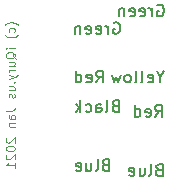
<source format=gbo>
%TF.GenerationSoftware,KiCad,Pcbnew,5.99.0-unknown-9aa2d7e101~106~ubuntu20.04.1*%
%TF.CreationDate,2021-01-07T16:32:26-08:00*%
%TF.ProjectId,MotorJST,4d6f746f-724a-4535-942e-6b696361645f,rev?*%
%TF.SameCoordinates,PXb97d5a0PY81390e0*%
%TF.FileFunction,Legend,Bot*%
%TF.FilePolarity,Positive*%
%FSLAX46Y46*%
G04 Gerber Fmt 4.6, Leading zero omitted, Abs format (unit mm)*
G04 Created by KiCad (PCBNEW 5.99.0-unknown-9aa2d7e101~106~ubuntu20.04.1) date 2021-01-07 16:32:26*
%MOMM*%
%LPD*%
G01*
G04 APERTURE LIST*
%ADD10C,0.150000*%
%ADD11C,0.100000*%
G04 APERTURE END LIST*
D10*
X13157142Y17100000D02*
X13252380Y17147620D01*
X13395238Y17147620D01*
X13538095Y17100000D01*
X13633333Y17004762D01*
X13680952Y16909524D01*
X13728571Y16719048D01*
X13728571Y16576191D01*
X13680952Y16385715D01*
X13633333Y16290477D01*
X13538095Y16195239D01*
X13395238Y16147620D01*
X13300000Y16147620D01*
X13157142Y16195239D01*
X13109523Y16242858D01*
X13109523Y16576191D01*
X13300000Y16576191D01*
X12680952Y16147620D02*
X12680952Y16814286D01*
X12680952Y16623810D02*
X12633333Y16719048D01*
X12585714Y16766667D01*
X12490476Y16814286D01*
X12395238Y16814286D01*
X11680952Y16195239D02*
X11776190Y16147620D01*
X11966666Y16147620D01*
X12061904Y16195239D01*
X12109523Y16290477D01*
X12109523Y16671429D01*
X12061904Y16766667D01*
X11966666Y16814286D01*
X11776190Y16814286D01*
X11680952Y16766667D01*
X11633333Y16671429D01*
X11633333Y16576191D01*
X12109523Y16480953D01*
X10823809Y16195239D02*
X10919047Y16147620D01*
X11109523Y16147620D01*
X11204761Y16195239D01*
X11252380Y16290477D01*
X11252380Y16671429D01*
X11204761Y16766667D01*
X11109523Y16814286D01*
X10919047Y16814286D01*
X10823809Y16766667D01*
X10776190Y16671429D01*
X10776190Y16576191D01*
X11252380Y16480953D01*
X10347619Y16814286D02*
X10347619Y16147620D01*
X10347619Y16719048D02*
X10300000Y16766667D01*
X10204761Y16814286D01*
X10061904Y16814286D01*
X9966666Y16766667D01*
X9919047Y16671429D01*
X9919047Y16147620D01*
X13271428Y3171429D02*
X13128571Y3123810D01*
X13080952Y3076191D01*
X13033333Y2980953D01*
X13033333Y2838096D01*
X13080952Y2742858D01*
X13128571Y2695239D01*
X13223809Y2647620D01*
X13604761Y2647620D01*
X13604761Y3647620D01*
X13271428Y3647620D01*
X13176190Y3600000D01*
X13128571Y3552381D01*
X13080952Y3457143D01*
X13080952Y3361905D01*
X13128571Y3266667D01*
X13176190Y3219048D01*
X13271428Y3171429D01*
X13604761Y3171429D01*
X12461904Y2647620D02*
X12557142Y2695239D01*
X12604761Y2790477D01*
X12604761Y3647620D01*
X11652380Y3314286D02*
X11652380Y2647620D01*
X12080952Y3314286D02*
X12080952Y2790477D01*
X12033333Y2695239D01*
X11938095Y2647620D01*
X11795238Y2647620D01*
X11700000Y2695239D01*
X11652380Y2742858D01*
X10795238Y2695239D02*
X10890476Y2647620D01*
X11080952Y2647620D01*
X11176190Y2695239D01*
X11223809Y2790477D01*
X11223809Y3171429D01*
X11176190Y3266667D01*
X11080952Y3314286D01*
X10890476Y3314286D01*
X10795238Y3266667D01*
X10747619Y3171429D01*
X10747619Y3076191D01*
X11223809Y2980953D01*
X12971428Y7647620D02*
X13304761Y8123810D01*
X13542857Y7647620D02*
X13542857Y8647620D01*
X13161904Y8647620D01*
X13066666Y8600000D01*
X13019047Y8552381D01*
X12971428Y8457143D01*
X12971428Y8314286D01*
X13019047Y8219048D01*
X13066666Y8171429D01*
X13161904Y8123810D01*
X13542857Y8123810D01*
X12161904Y7695239D02*
X12257142Y7647620D01*
X12447619Y7647620D01*
X12542857Y7695239D01*
X12590476Y7790477D01*
X12590476Y8171429D01*
X12542857Y8266667D01*
X12447619Y8314286D01*
X12257142Y8314286D01*
X12161904Y8266667D01*
X12114285Y8171429D01*
X12114285Y8076191D01*
X12590476Y7980953D01*
X11257142Y7647620D02*
X11257142Y8647620D01*
X11257142Y7695239D02*
X11352380Y7647620D01*
X11542857Y7647620D01*
X11638095Y7695239D01*
X11685714Y7742858D01*
X11733333Y7838096D01*
X11733333Y8123810D01*
X11685714Y8219048D01*
X11638095Y8266667D01*
X11542857Y8314286D01*
X11352380Y8314286D01*
X11257142Y8266667D01*
D11*
X1375000Y15428572D02*
X1339285Y15464286D01*
X1232142Y15535715D01*
X1160714Y15571429D01*
X1053571Y15607143D01*
X875000Y15642858D01*
X732142Y15642858D01*
X553571Y15607143D01*
X446428Y15571429D01*
X375000Y15535715D01*
X267857Y15464286D01*
X232142Y15428572D01*
X1053571Y14821429D02*
X1089285Y14892858D01*
X1089285Y15035715D01*
X1053571Y15107143D01*
X1017857Y15142858D01*
X946428Y15178572D01*
X732142Y15178572D01*
X660714Y15142858D01*
X625000Y15107143D01*
X589285Y15035715D01*
X589285Y14892858D01*
X625000Y14821429D01*
X1375000Y14571429D02*
X1339285Y14535715D01*
X1232142Y14464286D01*
X1160714Y14428572D01*
X1053571Y14392858D01*
X875000Y14357143D01*
X732142Y14357143D01*
X553571Y14392858D01*
X446428Y14428572D01*
X375000Y14464286D01*
X267857Y14535715D01*
X232142Y14571429D01*
X1089285Y13428572D02*
X589285Y13428572D01*
X339285Y13428572D02*
X375000Y13464286D01*
X410714Y13428572D01*
X375000Y13392858D01*
X339285Y13428572D01*
X410714Y13428572D01*
X1160714Y12571429D02*
X1125000Y12642858D01*
X1053571Y12714286D01*
X946428Y12821429D01*
X910714Y12892858D01*
X910714Y12964286D01*
X1089285Y12928572D02*
X1053571Y13000000D01*
X982142Y13071429D01*
X839285Y13107143D01*
X589285Y13107143D01*
X446428Y13071429D01*
X375000Y13000000D01*
X339285Y12928572D01*
X339285Y12785715D01*
X375000Y12714286D01*
X446428Y12642858D01*
X589285Y12607143D01*
X839285Y12607143D01*
X982142Y12642858D01*
X1053571Y12714286D01*
X1089285Y12785715D01*
X1089285Y12928572D01*
X589285Y11964286D02*
X1089285Y11964286D01*
X589285Y12285715D02*
X982142Y12285715D01*
X1053571Y12250000D01*
X1089285Y12178572D01*
X1089285Y12071429D01*
X1053571Y12000000D01*
X1017857Y11964286D01*
X1089285Y11607143D02*
X589285Y11607143D01*
X732142Y11607143D02*
X660714Y11571429D01*
X625000Y11535715D01*
X589285Y11464286D01*
X589285Y11392858D01*
X589285Y11214286D02*
X1089285Y11035715D01*
X589285Y10857143D02*
X1089285Y11035715D01*
X1267857Y11107143D01*
X1303571Y11142858D01*
X1339285Y11214286D01*
X1017857Y10571429D02*
X1053571Y10535715D01*
X1089285Y10571429D01*
X1053571Y10607143D01*
X1017857Y10571429D01*
X1089285Y10571429D01*
X589285Y9892858D02*
X1089285Y9892858D01*
X589285Y10214286D02*
X982142Y10214286D01*
X1053571Y10178572D01*
X1089285Y10107143D01*
X1089285Y10000000D01*
X1053571Y9928572D01*
X1017857Y9892858D01*
X1053571Y9571429D02*
X1089285Y9500000D01*
X1089285Y9357143D01*
X1053571Y9285715D01*
X982142Y9250000D01*
X946428Y9250000D01*
X875000Y9285715D01*
X839285Y9357143D01*
X839285Y9464286D01*
X803571Y9535715D01*
X732142Y9571429D01*
X696428Y9571429D01*
X625000Y9535715D01*
X589285Y9464286D01*
X589285Y9357143D01*
X625000Y9285715D01*
X339285Y8142858D02*
X875000Y8142858D01*
X982142Y8178572D01*
X1053571Y8250000D01*
X1089285Y8357143D01*
X1089285Y8428572D01*
X1089285Y7464286D02*
X696428Y7464286D01*
X625000Y7500000D01*
X589285Y7571429D01*
X589285Y7714286D01*
X625000Y7785715D01*
X1053571Y7464286D02*
X1089285Y7535715D01*
X1089285Y7714286D01*
X1053571Y7785715D01*
X982142Y7821429D01*
X910714Y7821429D01*
X839285Y7785715D01*
X803571Y7714286D01*
X803571Y7535715D01*
X767857Y7464286D01*
X589285Y7107143D02*
X1089285Y7107143D01*
X660714Y7107143D02*
X625000Y7071429D01*
X589285Y7000000D01*
X589285Y6892858D01*
X625000Y6821429D01*
X696428Y6785715D01*
X1089285Y6785715D01*
X410714Y5892858D02*
X375000Y5857143D01*
X339285Y5785715D01*
X339285Y5607143D01*
X375000Y5535715D01*
X410714Y5500000D01*
X482142Y5464286D01*
X553571Y5464286D01*
X660714Y5500000D01*
X1089285Y5928572D01*
X1089285Y5464286D01*
X339285Y5000000D02*
X339285Y4928572D01*
X375000Y4857143D01*
X410714Y4821429D01*
X482142Y4785715D01*
X625000Y4750000D01*
X803571Y4750000D01*
X946428Y4785715D01*
X1017857Y4821429D01*
X1053571Y4857143D01*
X1089285Y4928572D01*
X1089285Y5000000D01*
X1053571Y5071429D01*
X1017857Y5107143D01*
X946428Y5142858D01*
X803571Y5178572D01*
X625000Y5178572D01*
X482142Y5142858D01*
X410714Y5107143D01*
X375000Y5071429D01*
X339285Y5000000D01*
X410714Y4464286D02*
X375000Y4428572D01*
X339285Y4357143D01*
X339285Y4178572D01*
X375000Y4107143D01*
X410714Y4071429D01*
X482142Y4035715D01*
X553571Y4035715D01*
X660714Y4071429D01*
X1089285Y4500000D01*
X1089285Y4035715D01*
X1089285Y3321429D02*
X1089285Y3750000D01*
X1089285Y3535715D02*
X339285Y3535715D01*
X446428Y3607143D01*
X517857Y3678572D01*
X553571Y3750000D01*
D10*
X7971428Y10547620D02*
X8304761Y11023810D01*
X8542857Y10547620D02*
X8542857Y11547620D01*
X8161904Y11547620D01*
X8066666Y11500000D01*
X8019047Y11452381D01*
X7971428Y11357143D01*
X7971428Y11214286D01*
X8019047Y11119048D01*
X8066666Y11071429D01*
X8161904Y11023810D01*
X8542857Y11023810D01*
X7161904Y10595239D02*
X7257142Y10547620D01*
X7447619Y10547620D01*
X7542857Y10595239D01*
X7590476Y10690477D01*
X7590476Y11071429D01*
X7542857Y11166667D01*
X7447619Y11214286D01*
X7257142Y11214286D01*
X7161904Y11166667D01*
X7114285Y11071429D01*
X7114285Y10976191D01*
X7590476Y10880953D01*
X6257142Y10547620D02*
X6257142Y11547620D01*
X6257142Y10595239D02*
X6352380Y10547620D01*
X6542857Y10547620D01*
X6638095Y10595239D01*
X6685714Y10642858D01*
X6733333Y10738096D01*
X6733333Y11023810D01*
X6685714Y11119048D01*
X6638095Y11166667D01*
X6542857Y11214286D01*
X6352380Y11214286D01*
X6257142Y11166667D01*
X9604761Y8571429D02*
X9461904Y8523810D01*
X9414285Y8476191D01*
X9366666Y8380953D01*
X9366666Y8238096D01*
X9414285Y8142858D01*
X9461904Y8095239D01*
X9557142Y8047620D01*
X9938095Y8047620D01*
X9938095Y9047620D01*
X9604761Y9047620D01*
X9509523Y9000000D01*
X9461904Y8952381D01*
X9414285Y8857143D01*
X9414285Y8761905D01*
X9461904Y8666667D01*
X9509523Y8619048D01*
X9604761Y8571429D01*
X9938095Y8571429D01*
X8795238Y8047620D02*
X8890476Y8095239D01*
X8938095Y8190477D01*
X8938095Y9047620D01*
X7985714Y8047620D02*
X7985714Y8571429D01*
X8033333Y8666667D01*
X8128571Y8714286D01*
X8319047Y8714286D01*
X8414285Y8666667D01*
X7985714Y8095239D02*
X8080952Y8047620D01*
X8319047Y8047620D01*
X8414285Y8095239D01*
X8461904Y8190477D01*
X8461904Y8285715D01*
X8414285Y8380953D01*
X8319047Y8428572D01*
X8080952Y8428572D01*
X7985714Y8476191D01*
X7080952Y8095239D02*
X7176190Y8047620D01*
X7366666Y8047620D01*
X7461904Y8095239D01*
X7509523Y8142858D01*
X7557142Y8238096D01*
X7557142Y8523810D01*
X7509523Y8619048D01*
X7461904Y8666667D01*
X7366666Y8714286D01*
X7176190Y8714286D01*
X7080952Y8666667D01*
X6652380Y8047620D02*
X6652380Y9047620D01*
X6557142Y8428572D02*
X6271428Y8047620D01*
X6271428Y8714286D02*
X6652380Y8333334D01*
X9457142Y15600000D02*
X9552380Y15647620D01*
X9695238Y15647620D01*
X9838095Y15600000D01*
X9933333Y15504762D01*
X9980952Y15409524D01*
X10028571Y15219048D01*
X10028571Y15076191D01*
X9980952Y14885715D01*
X9933333Y14790477D01*
X9838095Y14695239D01*
X9695238Y14647620D01*
X9600000Y14647620D01*
X9457142Y14695239D01*
X9409523Y14742858D01*
X9409523Y15076191D01*
X9600000Y15076191D01*
X8980952Y14647620D02*
X8980952Y15314286D01*
X8980952Y15123810D02*
X8933333Y15219048D01*
X8885714Y15266667D01*
X8790476Y15314286D01*
X8695238Y15314286D01*
X7980952Y14695239D02*
X8076190Y14647620D01*
X8266666Y14647620D01*
X8361904Y14695239D01*
X8409523Y14790477D01*
X8409523Y15171429D01*
X8361904Y15266667D01*
X8266666Y15314286D01*
X8076190Y15314286D01*
X7980952Y15266667D01*
X7933333Y15171429D01*
X7933333Y15076191D01*
X8409523Y14980953D01*
X7123809Y14695239D02*
X7219047Y14647620D01*
X7409523Y14647620D01*
X7504761Y14695239D01*
X7552380Y14790477D01*
X7552380Y15171429D01*
X7504761Y15266667D01*
X7409523Y15314286D01*
X7219047Y15314286D01*
X7123809Y15266667D01*
X7076190Y15171429D01*
X7076190Y15076191D01*
X7552380Y14980953D01*
X6647619Y15314286D02*
X6647619Y14647620D01*
X6647619Y15219048D02*
X6600000Y15266667D01*
X6504761Y15314286D01*
X6361904Y15314286D01*
X6266666Y15266667D01*
X6219047Y15171429D01*
X6219047Y14647620D01*
X13428571Y11023810D02*
X13428571Y10547620D01*
X13761904Y11547620D02*
X13428571Y11023810D01*
X13095238Y11547620D01*
X12380952Y10595239D02*
X12476190Y10547620D01*
X12666666Y10547620D01*
X12761904Y10595239D01*
X12809523Y10690477D01*
X12809523Y11071429D01*
X12761904Y11166667D01*
X12666666Y11214286D01*
X12476190Y11214286D01*
X12380952Y11166667D01*
X12333333Y11071429D01*
X12333333Y10976191D01*
X12809523Y10880953D01*
X11761904Y10547620D02*
X11857142Y10595239D01*
X11904761Y10690477D01*
X11904761Y11547620D01*
X11238095Y10547620D02*
X11333333Y10595239D01*
X11380952Y10690477D01*
X11380952Y11547620D01*
X10714285Y10547620D02*
X10809523Y10595239D01*
X10857142Y10642858D01*
X10904761Y10738096D01*
X10904761Y11023810D01*
X10857142Y11119048D01*
X10809523Y11166667D01*
X10714285Y11214286D01*
X10571428Y11214286D01*
X10476190Y11166667D01*
X10428571Y11119048D01*
X10380952Y11023810D01*
X10380952Y10738096D01*
X10428571Y10642858D01*
X10476190Y10595239D01*
X10571428Y10547620D01*
X10714285Y10547620D01*
X10047619Y11214286D02*
X9857142Y10547620D01*
X9666666Y11023810D01*
X9476190Y10547620D01*
X9285714Y11214286D01*
X8771428Y3571429D02*
X8628571Y3523810D01*
X8580952Y3476191D01*
X8533333Y3380953D01*
X8533333Y3238096D01*
X8580952Y3142858D01*
X8628571Y3095239D01*
X8723809Y3047620D01*
X9104761Y3047620D01*
X9104761Y4047620D01*
X8771428Y4047620D01*
X8676190Y4000000D01*
X8628571Y3952381D01*
X8580952Y3857143D01*
X8580952Y3761905D01*
X8628571Y3666667D01*
X8676190Y3619048D01*
X8771428Y3571429D01*
X9104761Y3571429D01*
X7961904Y3047620D02*
X8057142Y3095239D01*
X8104761Y3190477D01*
X8104761Y4047620D01*
X7152380Y3714286D02*
X7152380Y3047620D01*
X7580952Y3714286D02*
X7580952Y3190477D01*
X7533333Y3095239D01*
X7438095Y3047620D01*
X7295238Y3047620D01*
X7200000Y3095239D01*
X7152380Y3142858D01*
X6295238Y3095239D02*
X6390476Y3047620D01*
X6580952Y3047620D01*
X6676190Y3095239D01*
X6723809Y3190477D01*
X6723809Y3571429D01*
X6676190Y3666667D01*
X6580952Y3714286D01*
X6390476Y3714286D01*
X6295238Y3666667D01*
X6247619Y3571429D01*
X6247619Y3476191D01*
X6723809Y3380953D01*
M02*

</source>
